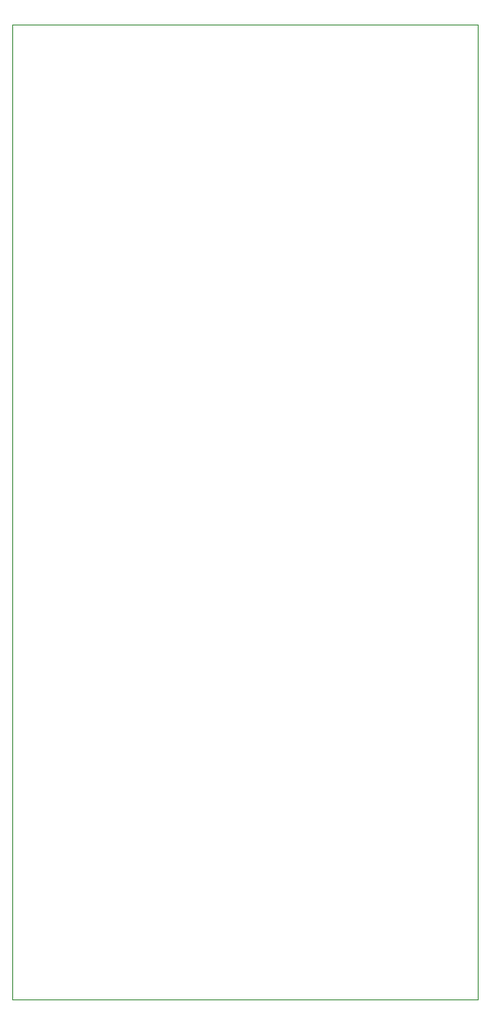
<source format=gbr>
%TF.GenerationSoftware,KiCad,Pcbnew,6.0.11-2627ca5db0~126~ubuntu20.04.1*%
%TF.CreationDate,2024-06-24T23:06:09+02:00*%
%TF.ProjectId,IRstepper,49527374-6570-4706-9572-2e6b69636164,rev?*%
%TF.SameCoordinates,Original*%
%TF.FileFunction,Profile,NP*%
%FSLAX46Y46*%
G04 Gerber Fmt 4.6, Leading zero omitted, Abs format (unit mm)*
G04 Created by KiCad (PCBNEW 6.0.11-2627ca5db0~126~ubuntu20.04.1) date 2024-06-24 23:06:09*
%MOMM*%
%LPD*%
G01*
G04 APERTURE LIST*
%TA.AperFunction,Profile*%
%ADD10C,0.100000*%
%TD*%
G04 APERTURE END LIST*
D10*
X90000000Y-16002000D02*
X135000000Y-16000000D01*
X90000000Y-110000000D02*
X135000000Y-110000000D01*
X135000000Y-110000000D02*
X135000000Y-16000000D01*
X90000000Y-110000000D02*
X90000000Y-16002000D01*
M02*

</source>
